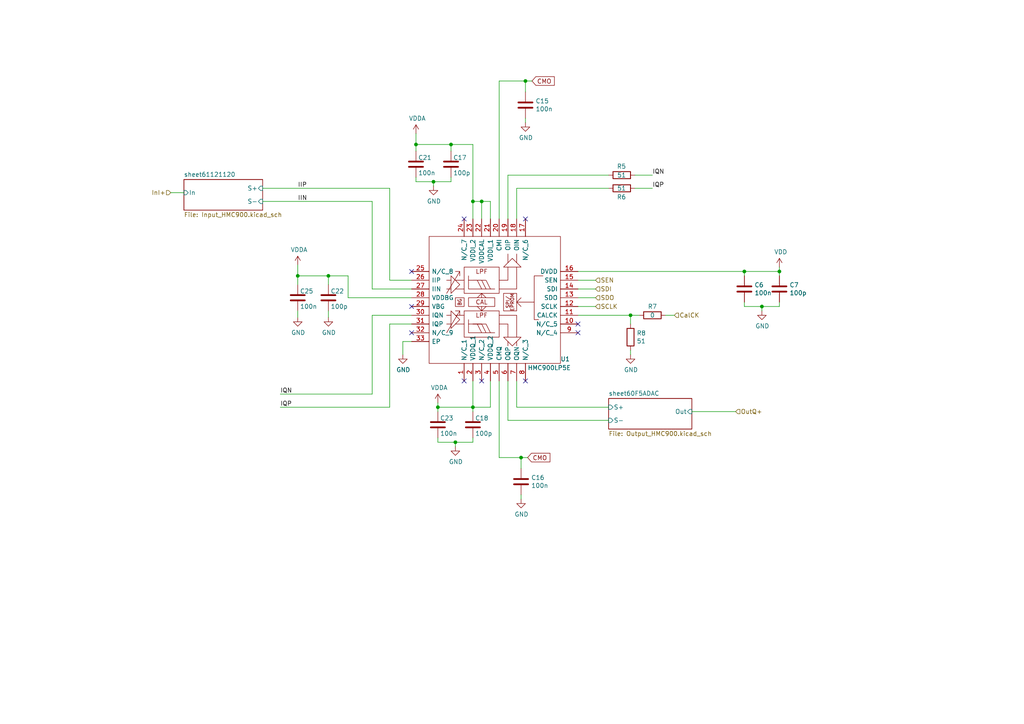
<source format=kicad_sch>
(kicad_sch (version 20211123) (generator eeschema)
  (paper "A4")
  (lib_symbols
    (symbol "Device:C" (pin_numbers hide) (pin_names (offset 0.254))
      (property "Reference" "C" (at 0.635 2.54 0))
      (property "Value" "C" (at 0.635 -2.54 0))
      (symbol "C_0_1"
        (polyline (pts (xy -2.032 -0.762) (xy 2.032 -0.762)) (stroke (width 0.508)))
        (polyline (pts (xy -2.032 0.762) (xy 2.032 0.762)) (stroke (width 0.508)))
      )
      (symbol "C_1_1"
        (pin passive line (at 0 3.81 270) (length 2.794) (name "~") (number "1"))
        (pin passive line (at 0 -3.81 90) (length 2.794) (name "~") (number "2"))
      )
    )
    (symbol "Device:R" (pin_numbers hide) (pin_names (offset 0))
      (property "Reference" "R" (at 2.032 0 90))
      (property "Value" "R" (at 0 0 90))
      (symbol "R_0_1"
        (rectangle (start -1.016 -2.54) (end 1.016 2.54) (stroke (width 0.254)))
      )
      (symbol "R_1_1"
        (pin passive line (at 0 3.81 270) (length 1.27) (name "~") (number "1"))
        (pin passive line (at 0 -3.81 90) (length 1.27) (name "~") (number "2"))
      )
    )
    (symbol "LibPersoNadj:HMC900LP5E" (pin_names (offset 0.762))
      (property "Reference" "U" (at 15.24 24.13 0))
      (property "Value" "LibPersoNadj_HMC900LP5E" (at 43.18 29.21 0))
      (symbol "HMC900LP5E_0_0"
        (rectangle (start -11.43 1.27) (end -8.89 -1.27))
        (rectangle (start -8.89 10.16) (end 1.27 2.54))
        (rectangle (start -7.62 1.27) (end 0 -1.27))
        (polyline (pts (xy -3.81 -1.27) (xy -3.81 -2.54)))
        (polyline (pts (xy -3.81 1.27) (xy -3.81 2.54)))
        (polyline (pts (xy 11.43 0) (xy 6.35 0)))
        (polyline (pts (xy -7.62 6.35) (xy -2.54 6.35) (xy -1.27 3.81)))
        (polyline (pts (xy -7.62 7.62) (xy -7.62 3.81) (xy 0 3.81)))
        (polyline (pts (xy -5.08 -1.27) (xy -3.81 -2.54) (xy -2.54 -1.27)))
        (polyline (pts (xy -5.08 1.27) (xy -3.81 2.54) (xy -2.54 1.27)))
        (polyline (pts (xy 1.27 3.81) (xy 6.35 3.81) (xy 6.35 10.16)))
        (polyline (pts (xy 1.27 6.35) (xy 3.81 6.35) (xy 3.81 10.16)))
        (polyline (pts (xy 7.62 1.27) (xy 6.35 0) (xy 7.62 -1.27)))
        (polyline (pts (xy 13.97 7.62) (xy 11.43 7.62) (xy 11.43 -5.08) (xy 12.7 -5.08)))
        (rectangle (start 2.54 2.54) (end 6.35 -2.54))
        (text "BG" (at -10.16 0 900) (effects (font (size 0.9906 0.9906))))
        (text "CAL" (at -3.81 0 0) (effects (font (size 1.27 1.27))))
        (text "EPROM" (at 5.08 0 900) (effects (font (size 0.9906 0.9906))))
        (text "LPF" (at -3.81 8.89 0) (effects (font (size 1.27 1.27))))
        (text "SPI/" (at 3.81 0 900) (effects (font (size 0.9906 0.9906))))
        (pin passive line (at -8.89 -22.86 90) (length 5.08) (name "N/C_1") (number "1"))
        (pin passive line (at 24.13 -6.35 180) (length 5.08) (name "N/C_5") (number "10"))
        (pin passive line (at 24.13 -3.81 180) (length 5.08) (name "CALCK") (number "11"))
        (pin passive line (at 24.13 -1.27 180) (length 5.08) (name "SCLK") (number "12"))
        (pin passive line (at 24.13 1.27 180) (length 5.08) (name "SDO") (number "13"))
        (pin passive line (at 24.13 3.81 180) (length 5.08) (name "SDI") (number "14"))
        (pin passive line (at 24.13 6.35 180) (length 5.08) (name "SEN") (number "15"))
        (pin passive line (at 24.13 8.89 180) (length 5.08) (name "DVDD") (number "16"))
        (pin passive line (at 8.89 24.13 270) (length 5.08) (name "N/C_6") (number "17"))
        (pin passive line (at 6.35 24.13 270) (length 5.08) (name "OIN") (number "18"))
        (pin passive line (at 3.81 24.13 270) (length 5.08) (name "OIP") (number "19"))
        (pin passive line (at -6.35 -22.86 90) (length 5.08) (name "VDDQ_1") (number "2"))
        (pin passive line (at 1.27 24.13 270) (length 5.08) (name "CMI") (number "20"))
        (pin passive line (at -1.27 24.13 270) (length 5.08) (name "VDDI_1") (number "21"))
        (pin passive line (at -3.81 24.13 270) (length 5.08) (name "VDDCAL") (number "22"))
        (pin passive line (at -6.35 24.13 270) (length 5.08) (name "VDDI_2") (number "23"))
        (pin passive line (at -8.89 24.13 270) (length 5.08) (name "N/C_7") (number "24"))
        (pin passive line (at -24.13 8.89 0) (length 5.08) (name "N/C_8") (number "25"))
        (pin passive line (at -24.13 6.35 0) (length 5.08) (name "IIP") (number "26"))
        (pin passive line (at -24.13 3.81 0) (length 5.08) (name "IIN") (number "27"))
        (pin passive line (at -24.13 1.27 0) (length 5.08) (name "VDDBG") (number "28"))
        (pin passive line (at -24.13 -1.27 0) (length 5.08) (name "VBG") (number "29"))
        (pin passive line (at -3.81 -22.86 90) (length 5.08) (name "N/C_2") (number "3"))
        (pin passive line (at -24.13 -3.81 0) (length 5.08) (name "IQN") (number "30"))
        (pin passive line (at -24.13 -6.35 0) (length 5.08) (name "IQP") (number "31"))
        (pin passive line (at -24.13 -8.89 0) (length 5.08) (name "N/C_9") (number "32"))
        (pin passive line (at -24.13 -11.43 0) (length 5.08) (name "EP") (number "33"))
        (pin passive line (at -1.27 -22.86 90) (length 5.08) (name "VDDQ_2") (number "4"))
        (pin passive line (at 1.27 -22.86 90) (length 5.08) (name "CMQ") (number "5"))
        (pin passive line (at 3.81 -22.86 90) (length 5.08) (name "OQP") (number "6"))
        (pin passive line (at 6.35 -22.86 90) (length 5.08) (name "OQN") (number "7"))
        (pin passive line (at 8.89 -22.86 90) (length 5.08) (name "N/C_3") (number "8"))
        (pin passive line (at 24.13 -8.89 180) (length 5.08) (name "N/C_4") (number "9"))
      )
      (symbol "HMC900LP5E_0_1"
        (rectangle (start -19.05 19.05) (end 19.05 -17.78))
        (polyline (pts (xy -13.97 2.54) (xy -10.16 8.89)))
        (polyline (pts (xy -12.7 3.81) (xy -13.97 3.81)))
        (polyline (pts (xy -12.7 6.35) (xy -13.97 6.35)))
        (polyline (pts (xy -11.43 3.81) (xy -8.89 3.81)))
        (polyline (pts (xy -11.43 6.35) (xy -8.89 6.35)))
        (polyline (pts (xy 3.81 -11.43) (xy 3.81 -12.7)))
        (polyline (pts (xy 3.81 11.43) (xy 3.81 13.97)))
        (polyline (pts (xy 6.35 -11.43) (xy 6.35 -12.7)))
        (polyline (pts (xy 6.35 11.43) (xy 6.35 13.97)))
        (polyline (pts (xy -11.43 8.89) (xy -10.16 8.89) (xy -10.16 7.62)))
        (polyline (pts (xy -6.35 6.35) (xy -5.08 6.35) (xy -3.81 3.81)))
        (polyline (pts (xy -5.08 6.35) (xy -3.81 6.35) (xy -2.54 3.81)))
        (polyline (pts (xy -12.7 7.62) (xy -12.7 2.54) (xy -10.16 5.08) (xy -12.7 7.62)))
        (polyline (pts (xy 5.08 12.7) (xy 2.54 10.16) (xy 7.62 10.16) (xy 5.08 12.7)))
      )
      (symbol "HMC900LP5E_1_1"
        (rectangle (start -8.89 -10.16) (end 1.27 -2.54))
        (polyline (pts (xy -13.97 -8.89) (xy -10.16 -2.54)))
        (polyline (pts (xy -12.7 -6.35) (xy -13.97 -6.35)))
        (polyline (pts (xy -12.7 -3.81) (xy -13.97 -3.81)))
        (polyline (pts (xy -11.43 -6.35) (xy -8.89 -6.35)))
        (polyline (pts (xy -11.43 -3.81) (xy -8.89 -3.81)))
        (polyline (pts (xy -11.43 -2.54) (xy -10.16 -2.54) (xy -10.16 -3.81)))
        (polyline (pts (xy -7.62 -6.35) (xy -2.54 -6.35) (xy -1.27 -8.89)))
        (polyline (pts (xy -7.62 -5.08) (xy -7.62 -8.89) (xy 0 -8.89)))
        (polyline (pts (xy -6.35 -6.35) (xy -5.08 -6.35) (xy -3.81 -8.89)))
        (polyline (pts (xy -5.08 -6.35) (xy -3.81 -6.35) (xy -2.54 -8.89)))
        (polyline (pts (xy 1.27 -6.35) (xy 3.81 -6.35) (xy 3.81 -10.16)))
        (polyline (pts (xy 1.27 -3.81) (xy 6.35 -3.81) (xy 6.35 -10.16)))
        (polyline (pts (xy -12.7 -7.62) (xy -12.7 -2.54) (xy -10.16 -5.08) (xy -12.7 -7.62)))
        (polyline (pts (xy 5.08 -12.7) (xy 2.54 -10.16) (xy 7.62 -10.16) (xy 5.08 -12.7)))
        (text "LPF" (at -3.81 -3.81 0) (effects (font (size 1.27 1.27))))
      )
    )
    (symbol "power:GND" (power) (pin_names (offset 0))
      (property "Value" "GND" (at 0 -3.81 0))
      (symbol "GND_0_1"
        (polyline (pts (xy 0 0) (xy 0 -1.27) (xy 1.27 -1.27) (xy 0 -2.54) (xy -1.27 -1.27) (xy 0 -1.27)))
      )
      (symbol "GND_1_1"
        (pin power_in line (at 0 0 270) (length 0) hide (name "GND") (number "1"))
      )
    )
    (symbol "power:VDD" (power) (pin_names (offset 0))
      (property "Value" "VDD" (at 0 3.81 0))
      (symbol "VDD_0_1"
        (polyline (pts (xy -0.762 1.27) (xy 0 2.54)))
        (polyline (pts (xy 0 0) (xy 0 2.54)))
        (polyline (pts (xy 0 2.54) (xy 0.762 1.27)))
      )
      (symbol "VDD_1_1"
        (pin power_in line (at 0 0 90) (length 0) hide (name "VDD") (number "1"))
      )
    )
    (symbol "power:VDDA" (power) (pin_names (offset 0))
      (property "Value" "VDDA" (at 0 3.81 0))
      (symbol "VDDA_0_1"
        (polyline (pts (xy -0.762 1.27) (xy 0 2.54)))
        (polyline (pts (xy 0 0) (xy 0 2.54)))
        (polyline (pts (xy 0 2.54) (xy 0.762 1.27)))
      )
      (symbol "VDDA_1_1"
        (pin power_in line (at 0 0 90) (length 0) hide (name "VDDA") (number "1"))
      )
    )
  )
  (junction (at 132.08 128.27))
  (junction (at 182.88 91.44))
  (junction (at 152.4 23.495))
  (junction (at 137.16 58.42))
  (junction (at 130.81 41.91))
  (junction (at 125.73 52.705))
  (junction (at 137.16 118.11))
  (junction (at 127 118.11))
  (junction (at 120.65 41.91))
  (junction (at 220.98 88.9))
  (junction (at 215.9 78.74))
  (junction (at 86.36 80.01))
  (junction (at 151.13 132.715))
  (junction (at 226.06 78.74))
  (junction (at 95.25 80.01))
  (junction (at 139.7 58.42))
  (no_connect (at 167.64 96.52))
  (no_connect (at 152.4 63.5))
  (no_connect (at 119.38 88.9))
  (no_connect (at 119.38 78.74))
  (no_connect (at 134.62 63.5))
  (no_connect (at 119.38 96.52))
  (no_connect (at 152.4 110.49))
  (no_connect (at 139.7 110.49))
  (no_connect (at 134.62 110.49))
  (no_connect (at 167.64 93.98))
  (wire (pts (xy 125.73 52.705) (xy 130.81 52.705)))
  (wire (pts (xy 184.15 54.61) (xy 189.23 54.61)))
  (wire (pts (xy 127 118.11) (xy 127 119.38)))
  (wire (pts (xy 113.03 54.61) (xy 113.03 81.28)))
  (wire (pts (xy 127 128.27) (xy 132.08 128.27)))
  (wire (pts (xy 120.65 51.435) (xy 120.65 52.705)))
  (wire (pts (xy 147.32 50.8) (xy 147.32 63.5)))
  (wire (pts (xy 139.7 63.5) (xy 139.7 58.42)))
  (wire (pts (xy 215.9 87.63) (xy 215.9 88.9)))
  (wire (pts (xy 167.64 86.36) (xy 172.72 86.36)))
  (wire (pts (xy 167.64 83.82) (xy 172.72 83.82)))
  (wire (pts (xy 226.06 88.9) (xy 226.06 87.63)))
  (wire (pts (xy 193.04 91.44) (xy 195.58 91.44)))
  (wire (pts (xy 132.08 128.27) (xy 137.16 128.27)))
  (wire (pts (xy 167.64 88.9) (xy 172.72 88.9)))
  (wire (pts (xy 151.13 132.715) (xy 153.035 132.715)))
  (wire (pts (xy 215.9 78.74) (xy 226.06 78.74)))
  (wire (pts (xy 149.86 110.49) (xy 149.86 118.11)))
  (wire (pts (xy 127 116.84) (xy 127 118.11)))
  (wire (pts (xy 137.16 118.11) (xy 142.24 118.11)))
  (wire (pts (xy 152.4 23.495) (xy 152.4 26.67)))
  (wire (pts (xy 184.15 50.8) (xy 189.23 50.8)))
  (wire (pts (xy 182.88 91.44) (xy 185.42 91.44)))
  (wire (pts (xy 220.98 88.9) (xy 220.98 90.17)))
  (wire (pts (xy 149.86 54.61) (xy 149.86 63.5)))
  (wire (pts (xy 76.2 58.42) (xy 107.95 58.42)))
  (wire (pts (xy 119.38 81.28) (xy 113.03 81.28)))
  (wire (pts (xy 167.64 91.44) (xy 182.88 91.44)))
  (wire (pts (xy 119.38 99.06) (xy 116.84 99.06)))
  (wire (pts (xy 116.84 99.06) (xy 116.84 102.87)))
  (wire (pts (xy 152.4 23.495) (xy 154.305 23.495)))
  (wire (pts (xy 167.64 81.28) (xy 172.72 81.28)))
  (wire (pts (xy 226.06 78.74) (xy 226.06 77.47)))
  (wire (pts (xy 149.86 118.11) (xy 176.53 118.11)))
  (wire (pts (xy 95.25 80.01) (xy 95.25 82.55)))
  (wire (pts (xy 200.66 119.38) (xy 213.36 119.38)))
  (wire (pts (xy 144.78 23.495) (xy 152.4 23.495)))
  (wire (pts (xy 86.36 80.01) (xy 95.25 80.01)))
  (wire (pts (xy 137.16 110.49) (xy 137.16 118.11)))
  (wire (pts (xy 107.95 91.44) (xy 107.95 114.3)))
  (wire (pts (xy 53.34 55.88) (xy 49.53 55.88)))
  (wire (pts (xy 137.16 128.27) (xy 137.16 127)))
  (wire (pts (xy 95.25 90.17) (xy 95.25 92.075)))
  (wire (pts (xy 107.95 58.42) (xy 107.95 83.82)))
  (wire (pts (xy 81.28 118.11) (xy 113.03 118.11)))
  (wire (pts (xy 130.81 41.91) (xy 137.16 41.91)))
  (wire (pts (xy 81.28 114.3) (xy 107.95 114.3)))
  (wire (pts (xy 86.36 80.01) (xy 86.36 82.55)))
  (wire (pts (xy 142.24 58.42) (xy 139.7 58.42)))
  (wire (pts (xy 142.24 63.5) (xy 142.24 58.42)))
  (wire (pts (xy 130.81 52.705) (xy 130.81 51.435)))
  (wire (pts (xy 120.65 52.705) (xy 125.73 52.705)))
  (wire (pts (xy 151.13 132.715) (xy 151.13 135.89)))
  (wire (pts (xy 127 127) (xy 127 128.27)))
  (wire (pts (xy 107.95 91.44) (xy 119.38 91.44)))
  (wire (pts (xy 144.78 63.5) (xy 144.78 23.495)))
  (wire (pts (xy 107.95 83.82) (xy 119.38 83.82)))
  (wire (pts (xy 120.65 41.91) (xy 130.81 41.91)))
  (wire (pts (xy 144.78 110.49) (xy 144.78 132.715)))
  (wire (pts (xy 215.9 88.9) (xy 220.98 88.9)))
  (wire (pts (xy 142.24 118.11) (xy 142.24 110.49)))
  (wire (pts (xy 149.86 54.61) (xy 176.53 54.61)))
  (wire (pts (xy 130.81 41.91) (xy 130.81 43.815)))
  (wire (pts (xy 220.98 88.9) (xy 226.06 88.9)))
  (wire (pts (xy 147.32 50.8) (xy 176.53 50.8)))
  (wire (pts (xy 152.4 34.29) (xy 152.4 35.56)))
  (wire (pts (xy 125.73 52.705) (xy 125.73 53.975)))
  (wire (pts (xy 76.2 54.61) (xy 113.03 54.61)))
  (wire (pts (xy 151.13 143.51) (xy 151.13 144.78)))
  (wire (pts (xy 132.08 128.27) (xy 132.08 129.54)))
  (wire (pts (xy 167.64 78.74) (xy 215.9 78.74)))
  (wire (pts (xy 120.65 41.91) (xy 120.65 43.815)))
  (wire (pts (xy 137.16 41.91) (xy 137.16 58.42)))
  (wire (pts (xy 147.32 110.49) (xy 147.32 121.92)))
  (wire (pts (xy 137.16 118.11) (xy 137.16 119.38)))
  (wire (pts (xy 113.03 93.98) (xy 113.03 118.11)))
  (wire (pts (xy 226.06 78.74) (xy 226.06 80.01)))
  (wire (pts (xy 137.16 58.42) (xy 137.16 63.5)))
  (wire (pts (xy 86.36 76.835) (xy 86.36 80.01)))
  (wire (pts (xy 147.32 121.92) (xy 176.53 121.92)))
  (wire (pts (xy 139.7 58.42) (xy 137.16 58.42)))
  (wire (pts (xy 119.38 93.98) (xy 113.03 93.98)))
  (wire (pts (xy 215.9 80.01) (xy 215.9 78.74)))
  (wire (pts (xy 182.88 101.6) (xy 182.88 102.87)))
  (wire (pts (xy 95.25 80.01) (xy 100.965 80.01)))
  (wire (pts (xy 127 118.11) (xy 137.16 118.11)))
  (wire (pts (xy 100.965 86.36) (xy 119.38 86.36)))
  (wire (pts (xy 144.78 132.715) (xy 151.13 132.715)))
  (wire (pts (xy 182.88 93.98) (xy 182.88 91.44)))
  (wire (pts (xy 100.965 80.01) (xy 100.965 86.36)))
  (wire (pts (xy 86.36 90.17) (xy 86.36 92.075)))
  (wire (pts (xy 120.65 38.735) (xy 120.65 41.91)))
  (label "IIP" (at 86.36 54.61 0))
  (label "IQN" (at 189.23 50.8 0))
  (label "IQP" (at 189.23 54.61 0))
  (label "IQN" (at 81.28 114.3 0))
  (label "IIN" (at 86.36 58.42 0))
  (label "IQP" (at 81.28 118.11 0))
  (global_label "CMO" (shape input) (at 154.305 23.495 0) (property "Références Inter-Feuilles" "${INTERSHEET_REFS}" (effects hide)))
  (global_label "CMO" (shape input) (at 153.035 132.715 0) (property "Références Inter-Feuilles" "${INTERSHEET_REFS}" (effects hide)))
  (hierarchical_label "OutQ+" (shape input) (at 213.36 119.38 0))
  (hierarchical_label "SDI" (shape input) (at 172.72 83.82 0))
  (hierarchical_label "SDO" (shape input) (at 172.72 86.36 0))
  (hierarchical_label "SEN" (shape input) (at 172.72 81.28 0))
  (hierarchical_label "InI+" (shape input) (at 49.53 55.88 180))
  (hierarchical_label "SCLK" (shape input) (at 172.72 88.9 0))
  (hierarchical_label "CalCK" (shape input) (at 195.58 91.44 0))
  (symbol (lib_id "LibPersoNadj:HMC900LP5E") (at 143.51 87.63 0) (unit 1)
    (property "Reference" "U1" (at 162.56 104.14 0) (effects (justify left)))
    (property "Value" "HMC900LP5E" (at 153.035 106.68 0) (effects (justify left)))
    (property "Footprint" "Package_DFN_QFN:QFN-32-1EP_5x5mm_P0.5mm_EP3.65x3.65mm_ThermalVias" (effects hide))
    (property "Datasheet" "https://www.analog.com/media/en/technical-documentation/data-sheets/hmc900.pdf" (effects hide))
    (property "Description" "Analog Devices Hittite HMC900LP5E, Active Filter, Dual, Low Pass Filter, 6th Order Switched Discrete Filter, 32-Pin QFN" (effects hide))
    (property "Height" "1" (effects hide))
    (property "Mouser Part Number" "584-HMC900LP5E" (effects hide))
    (property "Mouser Price/Stock" "https://www.mouser.co.uk/ProductDetail/Analog-Devices/HMC900LP5E?qs=3izLlwrMQ7nY%2Fm52MS2IkQ%3D%3D" (effects hide))
    (property "Manufacturer_Name" "Analog Devices" (effects hide))
    (property "Manufacturer_Part_Number" "HMC900LP5E" (effects hide))
  )
  (symbol (lib_id "power:VDDA") (at 127 116.84 0) (unit 1)
    (property "Reference" "#PWR0125" (effects hide))
    (property "Value" "VDDA" (at 127.381 112.4458 0))
  )
  (symbol (lib_id "Device:C") (at 137.16 123.19 180) (unit 1)
    (property "Reference" "C18" (at 137.795 121.285 0) (effects (justify right)))
    (property "Value" "100p" (at 137.795 125.73 0) (effects (justify right)))
    (property "Footprint" "Capacitor_SMD:C_0603_1608Metric_Pad1.08x0.95mm_HandSolder" (effects hide))
  )
  (symbol (lib_id "Device:C") (at 127 123.19 180) (unit 1)
    (property "Reference" "C23" (at 127.635 121.285 0) (effects (justify right)))
    (property "Value" "100n" (at 127.635 125.73 0) (effects (justify right)))
    (property "Footprint" "Capacitor_SMD:C_0603_1608Metric_Pad1.08x0.95mm_HandSolder" (effects hide))
  )
  (symbol (lib_id "power:VDDA") (at 120.65 38.735 0) (unit 1)
    (property "Reference" "#PWR0124" (effects hide))
    (property "Value" "VDDA" (at 121.031 34.3408 0))
  )
  (symbol (lib_id "Device:C") (at 130.81 47.625 180) (unit 1)
    (property "Reference" "C17" (at 131.445 45.72 0) (effects (justify right)))
    (property "Value" "100p" (at 131.445 50.165 0) (effects (justify right)))
    (property "Footprint" "Capacitor_SMD:C_0603_1608Metric_Pad1.08x0.95mm_HandSolder" (effects hide))
  )
  (symbol (lib_id "Device:C") (at 120.65 47.625 180) (unit 1)
    (property "Reference" "C21" (at 121.285 45.72 0) (effects (justify right)))
    (property "Value" "100n" (at 121.285 50.165 0) (effects (justify right)))
    (property "Footprint" "Capacitor_SMD:C_0603_1608Metric_Pad1.08x0.95mm_HandSolder" (effects hide))
  )
  (symbol (lib_id "power:GND") (at 220.98 90.17 0) (unit 1)
    (property "Reference" "#PWR0123" (effects hide))
    (property "Value" "GND" (at 221.107 94.5642 0))
  )
  (symbol (lib_id "power:VDD") (at 226.06 77.47 0) (unit 1)
    (property "Reference" "#PWR0122" (effects hide))
    (property "Value" "VDD" (at 226.441 73.0758 0))
  )
  (symbol (lib_id "power:GND") (at 125.73 53.975 0) (unit 1)
    (property "Reference" "#PWR0121" (effects hide))
    (property "Value" "GND" (at 125.857 58.3692 0))
  )
  (symbol (lib_id "power:GND") (at 151.13 144.78 0) (unit 1)
    (property "Reference" "#PWR0120" (effects hide))
    (property "Value" "GND" (at 151.257 149.1742 0))
  )
  (symbol (lib_id "Device:C") (at 151.13 139.7 0) (unit 1)
    (property "Reference" "C16" (at 154.051 138.5316 0) (effects (justify left)))
    (property "Value" "100n" (at 154.051 140.843 0) (effects (justify left)))
    (property "Footprint" "Capacitor_SMD:C_0603_1608Metric_Pad1.08x0.95mm_HandSolder" (effects hide))
  )
  (symbol (lib_id "power:GND") (at 152.4 35.56 0) (unit 1)
    (property "Reference" "#PWR0119" (effects hide))
    (property "Value" "GND" (at 152.527 39.9542 0))
  )
  (symbol (lib_id "power:GND") (at 132.08 129.54 0) (unit 1)
    (property "Reference" "#PWR0118" (effects hide))
    (property "Value" "GND" (at 132.207 133.9342 0))
  )
  (symbol (lib_id "power:VDDA") (at 86.36 76.835 0) (unit 1)
    (property "Reference" "#PWR0117" (effects hide))
    (property "Value" "VDDA" (at 86.741 72.4408 0))
  )
  (symbol (lib_id "Device:R") (at 189.23 91.44 90) (unit 1)
    (property "Reference" "R7" (at 189.23 88.9 90))
    (property "Value" "0" (at 189.23 91.44 90))
    (property "Footprint" "Resistor_SMD:R_0603_1608Metric_Pad0.98x0.95mm_HandSolder" (effects hide))
  )
  (symbol (lib_id "Device:R") (at 182.88 97.79 0) (unit 1)
    (property "Reference" "R8" (at 184.658 96.6216 0) (effects (justify left)))
    (property "Value" "51" (at 184.658 98.933 0) (effects (justify left)))
    (property "Footprint" "Resistor_SMD:R_0603_1608Metric_Pad0.98x0.95mm_HandSolder" (effects hide))
  )
  (symbol (lib_id "power:GND") (at 86.36 92.075 0) (unit 1)
    (property "Reference" "#PWR0116" (effects hide))
    (property "Value" "GND" (at 86.487 96.4692 0))
  )
  (symbol (lib_id "power:GND") (at 95.25 92.075 0) (unit 1)
    (property "Reference" "#PWR0115" (effects hide))
    (property "Value" "GND" (at 95.377 96.4692 0))
  )
  (symbol (lib_id "Device:C") (at 95.25 86.36 180) (unit 1)
    (property "Reference" "C22" (at 95.885 84.455 0) (effects (justify right)))
    (property "Value" "100p" (at 95.885 88.9 0) (effects (justify right)))
    (property "Footprint" "Capacitor_SMD:C_0603_1608Metric_Pad1.08x0.95mm_HandSolder" (effects hide))
  )
  (symbol (lib_id "Device:C") (at 152.4 30.48 0) (unit 1)
    (property "Reference" "C15" (at 155.321 29.3116 0) (effects (justify left)))
    (property "Value" "100n" (at 155.321 31.623 0) (effects (justify left)))
    (property "Footprint" "Capacitor_SMD:C_0603_1608Metric_Pad1.08x0.95mm_HandSolder" (effects hide))
  )
  (symbol (lib_id "Device:C") (at 226.06 83.82 0) (unit 1)
    (property "Reference" "C7" (at 228.981 82.6516 0) (effects (justify left)))
    (property "Value" "100p" (at 228.981 84.963 0) (effects (justify left)))
    (property "Footprint" "Capacitor_SMD:C_0603_1608Metric_Pad1.08x0.95mm_HandSolder" (effects hide))
  )
  (symbol (lib_id "Device:C") (at 215.9 83.82 0) (unit 1)
    (property "Reference" "C6" (at 218.821 82.6516 0) (effects (justify left)))
    (property "Value" "100n" (at 218.821 84.963 0) (effects (justify left)))
    (property "Footprint" "Capacitor_SMD:C_0603_1608Metric_Pad1.08x0.95mm_HandSolder" (effects hide))
  )
  (symbol (lib_id "Device:C") (at 86.36 86.36 180) (unit 1)
    (property "Reference" "C25" (at 86.995 84.455 0) (effects (justify right)))
    (property "Value" "100n" (at 86.995 88.9 0) (effects (justify right)))
    (property "Footprint" "Capacitor_SMD:C_0603_1608Metric_Pad1.08x0.95mm_HandSolder" (effects hide))
  )
  (symbol (lib_id "power:GND") (at 182.88 102.87 0) (unit 1)
    (property "Reference" "#PWR0126" (effects hide))
    (property "Value" "GND" (at 183.007 107.2642 0))
  )
  (symbol (lib_id "power:GND") (at 116.84 102.87 0) (unit 1)
    (property "Reference" "#PWR0155" (effects hide))
    (property "Value" "GND" (at 116.967 107.2642 0))
  )
  (symbol (lib_id "Device:R") (at 180.34 50.8 90) (unit 1)
    (property "Reference" "R5" (at 181.61 48.26 90) (effects (justify left)))
    (property "Value" "51" (at 181.61 50.8 90) (effects (justify left)))
    (property "Footprint" "Resistor_SMD:R_0603_1608Metric_Pad0.98x0.95mm_HandSolder" (effects hide))
  )
  (symbol (lib_id "Device:R") (at 180.34 54.61 90) (unit 1)
    (property "Reference" "R6" (at 181.61 57.15 90) (effects (justify left)))
    (property "Value" "51" (at 181.61 54.61 90) (effects (justify left)))
    (property "Footprint" "Resistor_SMD:R_0603_1608Metric_Pad0.98x0.95mm_HandSolder" (effects hide))
  )
  (sheet (at 176.53 115.57) (size 24.13 8.89)
    (property "Sheet name" "sheet60F5ADAC" (at 176.53 114.8584 0) (effects (justify left bottom)))
    (property "Sheet file" "Output_HMC900.kicad_sch" (at 176.53 125.0446 0) (effects (justify left top)))
    (pin "S+" input (at 176.53 118.11 180))
    (pin "S-" input (at 176.53 121.92 180))
    (pin "Out" input (at 200.66 119.38 0))
  )
  (sheet (at 53.34 52.07) (size 22.86 8.89)
    (property "Sheet name" "sheet61121120" (at 53.34 51.3584 0) (effects (justify left bottom)))
    (property "Sheet file" "Input_HMC900.kicad_sch" (at 53.34 61.5446 0) (effects (justify left top)))
    (pin "S+" input (at 76.2 54.61 0))
    (pin "S-" input (at 76.2 58.42 0))
    (pin "In" input (at 53.34 55.88 180))
  )
)
</source>
